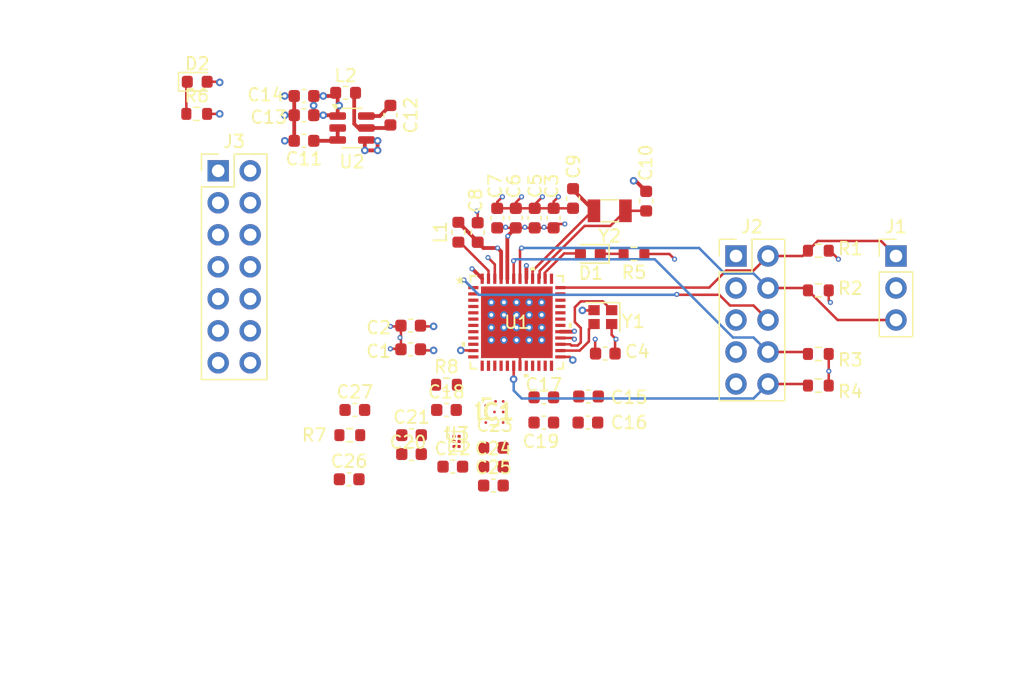
<source format=kicad_pcb>
(kicad_pcb (version 20240108) (generator "pcbnew") (generator_version "8.0")
  (layers (0 "F.Cu" signal) (1 "In1.Cu" signal) (2 "In2.Cu" signal) (31 "B.Cu" signal) (34 "B.Paste" user) (35 "F.Paste" user) (36 "B.SilkS" user "B.Silkscreen") (37 "F.SilkS" user "F.Silkscreen") (38 "B.Mask" user) (39 "F.Mask" user) (44 "Edge.Cuts" user))
  (net 0 "")
  (net 1 "GND")
  (net 2 "VDD")
  (net 3 "VFBSMPS")
  (net 4 "/SWCLK")
  (net 5 "/SWDIO")
  (net 6 "/JTDI")
  (net 7 "/JTDO")
  (net 8 "/NRST")
  (net 10 "Net-(U1-OSC_IN)")
  (net 13 "Net-(U1-OSC_OUT)")
  (net 15 "Net-(U1-VR_PA)")
  (net 17 "Net-(U1-VLXSMPS)")
  (net 18 "Net-(U1-RFO_HP)")
  (net 20 "Net-(U1-PC15-OSC32_OUT)")
  (net 28 "Net-(IC1-RFO_IN)")
  (net 30 "Net-(U3-RF2)")
  (net 36 "/VBAT")
  (net 37 "Net-(U1-PC14-OSC32_IN)")
  (net 40 "Net-(IC1-RFO_OUT)")
  (net 43 "Net-(D1-K)")
  (net 44 "Net-(U2-SW)")
  (net 45 "VIN")
  (net 46 "Net-(U2-BST)")
  (net 47 "Net-(D2-K)")
  (net 48 "Net-(IC1-RFI_IN)")
  (net 49 "Net-(U3-VDD)")
  (net 50 "Net-(U3-RFIN)")
  (net 51 "Net-(C22-Pad1)")
  (net 52 "Net-(J4-Ext)")
  (net 53 "Net-(U3-CTRL)")
  (net 55 "Net-(IC1-RFI_N_OUT)")
  (net 56 "Net-(IC1-RFI_P_OUT)")
  (net 57 "RF-CTRL")
  (footprint "Package_LGA:Infineon_PG-TSNP-6-10_0.7x1.1mm_0.7x1.1mm_P0.4mm" (layer "F.Cu") (at 135.3 96)
    (property "Reference" "U3")
    (property "Value" "BGS12WN6E6327")
  )
  (footprint "Resistor_SMD:R_0603_1608Metric" (layer "F.Cu") (at 164.016 89.056)
    (property "Reference" "R3")
    (property "Value" "100k")
  )
  (footprint "Inductor_SMD:L_0603_1608Metric" (layer "F.Cu") (at 135.442 79.394 90)
    (property "Reference" "L1")
    (property "Value" "15µH")
  )
  (footprint "Resistor_SMD:R_0603_1608Metric" (layer "F.Cu") (at 164.016 91.566)
    (property "Reference" "R4")
    (property "Value" "100k")
  )
  (footprint "Capacitor_SMD:C_0603_1608Metric" (layer "F.Cu") (at 123.19 68.58 180)
    (property "Reference" "C14")
    (property "Value" "22µF")
  )
  (footprint "Package_TO_SOT_SMD:TSOT-23-6" (layer "F.Cu") (at 127 71.12)
    (property "Reference" "U2")
    (property "Value" "AP63203WU")
  )
  (footprint "Capacitor_SMD:C_0603_1608Metric" (layer "F.Cu") (at 144.545 76.715 -90)
    (property "Reference" "C9")
    (property "Value" "18pF")
  )
  (footprint "Capacitor_SMD:C_0603_1608Metric" (layer "F.Cu") (at 131.725 95.5)
    (property "Reference" "C21")
    (property "Value" "100nf")
  )
  (footprint "Capacitor_SMD:C_0603_1608Metric" (layer "F.Cu") (at 147.106 89.026)
    (property "Reference" "C4")
    (property "Value" "4.7µF")
  )
  (footprint "Crystal:Crystal_SMD_3215-2Pin_3.2x1.5mm" (layer "F.Cu") (at 147.454 77.692 180)
    (property "Reference" "Y2")
    (property "Value" "Crystal_32.768kHz")
  )
  (footprint "Capacitor_SMD:C_0603_1608Metric" (layer "F.Cu") (at 138.225 99.5)
    (property "Reference" "C25")
    (property "Value" "~")
  )
  (footprint "Connector_PinHeader_2.54mm:PinHeader_2x07_P2.54mm_Vertical" (layer "F.Cu") (at 116.379 74.5198)
    (property "Reference" "J3")
    (property "Value" "Conn_02x08_Top_Bottom")
  )
  (footprint "Inductor_SMD:L_0603_1608Metric" (layer "F.Cu") (at 126.492 68.326 180)
    (property "Reference" "L2")
    (property "Value" "4.7µH")
  )
  (footprint "Capacitor_SMD:C_0603_1608Metric" (layer "F.Cu") (at 142.225 94.5)
    (property "Reference" "C19")
    (property "Value" "~")
  )
  (footprint "Capacitor_SMD:C_0603_1608Metric" (layer "F.Cu") (at 123.19 72.136 180)
    (property "Reference" "C11")
    (property "Value" "10µF")
  )
  (footprint "Resistor_SMD:R_0603_1608Metric" (layer "F.Cu") (at 149.3838 81.1198)
    (property "Reference" "R5")
    (property "Value" "R")
  )
  (footprint "Capacitor_SMD:C_0603_1608Metric" (layer "F.Cu") (at 130.048 70.104 90)
    (property "Reference" "C12")
    (property "Value" "100nF")
  )
  (footprint "Connector_PinHeader_2.54mm:PinHeader_2x05_P2.54mm_Vertical" (layer "F.Cu") (at 157.48 81.28)
    (property "Reference" "J2")
    (property "Value" "CORTEX_DEBUG")
  )
  (footprint "Capacitor_SMD:C_0603_1608Metric" (layer "F.Cu") (at 136.976 79.413 90)
    (property "Reference" "C8")
    (property "Value" "470nF")
  )
  (footprint "Resistor_SMD:R_0603_1608Metric" (layer "F.Cu") (at 164.016 84.006)
    (property "Reference" "R2")
    (property "Value" "100k")
  )
  (footprint "Project_library:UFQFPN48_7X7_STM" (layer "F.Cu") (at 140.0848 86.5388)
    (property "Reference" "U1")
    (property "Value" "STM32WLE5CBU6")
  )
  (footprint "Capacitor_SMD:C_0603_1608Metric" (layer "F.Cu") (at 131.659 86.809 180)
    (property "Reference" "C2")
    (property "Value" "4.7µF")
  )
  (footprint "Connector_PinHeader_2.54mm:PinHeader_1x03_P2.54mm_Vertical" (layer "F.Cu") (at 170.18 81.28)
    (property "Reference" "J1")
    (property "Value" "SWD")
  )
  (footprint "Capacitor_SMD:C_0603_1608Metric" (layer "F.Cu") (at 123.19 70.104 180)
    (property "Reference" "C13")
    (property "Value" "22µF")
  )
  (footprint "Project_library:BALFLBWL08D3" (layer "F.Cu") (at 138.31 93.66)
    (property "Reference" "IC1")
    (property "Value" "BALFLB-WL-08D3" (hide yes))
  )
  (footprint "Resistor_SMD:R_0603_1608Metric" (layer "F.Cu") (at 114.675 70)
    (property "Reference" "R6")
    (property "Value" "500")
  )
  (footprint "Capacitor_SMD:C_0603_1608Metric" (layer "F.Cu") (at 138.524 78.27 90)
    (property "Reference" "C7")
    (property "Value" "4.7µF")
  )
  (footprint "Capacitor_SMD:C_0603_1608Metric" (layer "F.Cu") (at 134.5 93.5)
    (property "Reference" "C18")
    (property "Value" "68nF")
  )
  (footprint "Crystal:Crystal_SMD_2016-4Pin_2.0x1.6mm" (layer "F.Cu") (at 146.911 86.13 180)
    (property "Reference" "Y1")
    (property "Value" "Crystal_32MHz")
  )
  (footprint "LED_SMD:LED_0603_1608Metric" (layer "F.Cu") (at 114.715 67.45)
    (property "Reference" "D2")
    (property "Value" "power on LED")
  )
  (footprint "Capacitor_SMD:C_0603_1608Metric" (layer "F.Cu") (at 150.349 76.925 90)
    (property "Reference" "C10")
    (property "Value" "18pF")
  )
  (footprint "LED_SMD:LED_0603_1608Metric" (layer "F.Cu") (at 145.9186 81.1098 180)
    (property "Reference" "D1")
    (property "Value" "LED")
  )
  (footprint "Capacitor_SMD:C_0603_1608Metric" (layer "F.Cu") (at 131.659 88.684 180)
    (property "Reference" "C1")
    (property "Value" "100nF")
  )
  (footprint "Capacitor_SMD:C_0603_1608Metric" (layer "F.Cu") (at 127.225 93.5)
    (property "Reference" "C27")
    (property "Value" "1nF")
  )
  (footprint "Resistor_SMD:R_0603_1608Metric" (layer "F.Cu") (at 134.5 91.5)
    (property "Reference" "R8")
    (property "Value" "100R")
  )
  (footprint "Capacitor_SMD:C_0603_1608Metric" (layer "F.Cu") (at 145.775 92.43)
    (property "Reference" "C15")
    (property "Value" "68pF")
  )
  (footprint "Capacitor_SMD:C_0603_1608Metric" (layer "F.Cu") (at 143.0056 78.2682 90)
    (property "Reference" "C3")
    (property "Value" "100nF")
  )
  (footprint "Capacitor_SMD:C_0603_1608Metric" (layer "F.Cu") (at 126.775 99)
    (property "Reference" "C26")
    (property "Value" "100nF")
  )
  (footprint "Capacitor_SMD:C_0603_1608Metric" (layer "F.Cu") (at 140 78.27 90)
    (property "Reference" "C6")
    (property "Value" "1µF")
  )
  (footprint "Capacitor_SMD:C_0603_1608Metric" (layer "F.Cu") (at 141.5 78.27 90)
    (property "Reference" "C5")
    (property "Value" "10nF")
  )
  (footprint "Resistor_SMD:R_0603_1608Metric" (layer "F.Cu") (at 164.016 80.861)
    (property "Reference" "R1")
    (property "Value" "100k")
  )
  (footprint "Capacitor_SMD:C_0603_1608Metric" (layer "F.Cu") (at 135 98)
    (property "Reference" "C22")
    (property "Value" "68pF")
  )
  (footprint "Resistor_SMD:R_0603_1608Metric" (layer "F.Cu") (at 126.825 95.5)
    (property "Reference" "R7")
    (property "Value" "100R")
  )
  (footprint "Capacitor_SMD:C_0603_1608Metric" (layer "F.Cu") (at 142.225 92.5)
    (property "Reference" "C17")
    (property "Value" "100pF")
  )
  (footprint "Capacitor_SMD:C_0603_1608Metric" (layer "F.Cu") (at 138.225 98)
    (property "Reference" "C24")
    (property "Value" "~")
  )
  (footprint "Capacitor_SMD:C_0603_1608Metric" (layer "F.Cu") (at 131.725 97)
    (property "Reference" "C20")
    (property "Value" "1nF")
  )
  (footprint "Capacitor_SMD:C_0603_1608Metric" (layer "F.Cu") (at 145.725 94.5)
    (property "Reference" "C16")
    (property "Value" "47nF")
  )
  (footprint "Capacitor_SMD:C_0603_1608Metric" (layer "F.Cu") (at 138.225 96.5)
    (property "Reference" "C23")
    (property "Value" "~")
  )
  (segment (start 142.334801 83.0844) (end 142.293743 83.043342) (width 0.2) (layer "F.Cu") (net 0))
  (segment (start 142.293743 82.623429) (end 143.840372 81.0768) (width 0.2) (layer "F.Cu") (net 0))
  (segment (start 142.293743 83.043342) (end 142.293743 82.623429) (width 0.2) (layer "F.Cu") (net 0))
  (segment (start 143.840372 81.0768) (end 144.78 81.0768) (width 0.2) (layer "F.Cu") (net 0))
  (segment (start 130.884 87.831) (end 130.81 87.757) (width 0.2) (layer "F.Cu") (net 1))
  (segment (start 164.841 84.006) (end 164.841 84.831) (width 0.2) (layer "F.Cu") (net 1))
  (segment (start 129.032 72.136) (end 129.032 72.644) (width 0.3) (layer "F.Cu") (net 1))
  (segment (start 136.976 78.638) (end 136.976 77.794) (width 0.2) (layer "F.Cu") (net 1))
  (segment (start 128.1375 72.07) (end 128.1375 72.2575) (width 0.2) (layer "F.Cu") (net 1))
  (segment (start 152.189 81.1198) (end 152.6032 81.534) (width 0.2) (layer "F.Cu") (net 1))
  (segment (start 140 77.043) (end 140.462 76.581) (width 0.2) (layer "F.Cu") (net 1))
  (segment (start 130.884 88.684) (end 130.884 87.831) (width 0.2) (layer "F.Cu") (net 1))
  (segment (start 141.5 77.194) (end 142.113 76.581) (width 0.2) (layer "F.Cu") (net 1))
  (segment (start 128.966 72.07) (end 129.032 72.136) (width 0.2) (layer "F.Cu") (net 1))
  (segment (start 137.287 83.0366) (end 137.3348 83.0844) (width 0.2) (layer "F.Cu") (net 1))
  (segment (start 130.048 86.868) (end 130.825 86.868) (width 0.2) (layer "F.Cu") (net 1))
  (segment (start 138.524 76.995) (end 138.938 76.581) (width 0.2) (layer "F.Cu") (net 1))
  (segment (start 140.3348 89.9932) (end 140.3348 86.7888) (width 0.2) (layer "F.Cu") (net 1))
  (segment (start 130.825 86.868) (end 130.884 86.809) (width 0.2) (layer "F.Cu") (net 1))
  (segment (start 138.524 77.495) (end 144.54 77.495) (width 0.2) (layer "F.Cu") (net 1))
  (segment (start 130.846 88.646) (end 130.884 88.684) (width 0.2) (layer "F.Cu") (net 1))
  (segment (start 147.611 86.68) (end 147.611 87.54) (width 0.2) (layer "F.Cu") (net 1))
  (segment (start 121.92 68.58) (end 122.415 68.58) (width 0.3) (layer "F.Cu") (net 1))
  (segment (start 121.92 70.104) (end 122.415 70.104) (width 0.3) (layer "F.Cu") (net 1))
  (segment (start 128.016 72.898) (end 129.032 72.898) (width 0.3) (layer "F.Cu") (net 1))
  (segment (start 122.415 68.58) (end 122.415 72.136) (width 0.3) (layer "F.Cu") (net 1))
  (segment (start 147.881 87.958) (end 147.955 87.884) (width 0.2) (layer "F.Cu") (net 1))
  (segment (start 146.193 85.598) (end 146.211 85.58) (width 0.2) (layer "F.Cu") (net 1))
  (segment (start 144.54 77.495) (end 144.545 77.49) (width 0.2) (layer "F.Cu") (net 1))
  (segment (start 150.2088 81.1198) (end 152.189 81.1198) (width 0.2) (layer "F.Cu") (net 1))
  (segment (start 147.611 87.54) (end 147.955 87.884) (width 0.2) (layer "F.Cu") (net 1))
  (segment (start 128.016 72.1915) (end 128.1375 72.07) (width 0.2) (layer "F.Cu") (net 1))
  (segment (start 147.881 89.026) (end 147.881 87.958) (width 0.2) (layer "F.Cu") (net 1))
  (segment (start 140 77.495) (end 140 77.043) (width 0.2) (layer "F.Cu") (net 1))
  (segment (start 130.884 87.683) (end 130.81 87.757) (width 0.2) (layer "F.Cu") (net 1))
  (segment (start 136.525 82.296) (end 136.5464 82.296) (width 0.3) (layer "F.Cu") (net 1))
  (segment (start 164.841 84.831) (end 164.973 84.963) (width 0.2) (layer "F.Cu") (net 1))
  (segment (start 140.3348 86.7888) (end 140.0848 86.5388) (width 0.2) (layer "F.Cu") (net 1))
  (segment (start 149.51 75.311) (end 150.349 76.15) (width 0.3) (layer "F.Cu") (net 1))
  (segment (start 143.0056 76.9584) (end 143.383 76.581) (width 0.2) (layer "F.Cu") (net 1))
  (segment (start 130.048 88.646) (end 130.846 88.646) (width 0.2) (layer "F.Cu") (net 1))
  (segment (start 128.1375 72.07) (end 128.966 72.07) (width 0.3) (layer "F.Cu") (net 1))
  (segment (start 136.976 77.794) (end 136.906 77.724) (width 0.2) (layer "F.Cu") (net 1))
  (segment (start 141.5 77.495) (end 141.5 77.194) (width 0.2) (layer "F.Cu") (net 1))
  (segment (start 136.5464 82.296) (end 137.3348 83.0844) (width 0.3) (layer "F.Cu") (net 1))
  (segment (start 145.288 85.598) (end 146.193 85.598) (width 0.2) (layer "F.Cu") (net 1))
  (segment (start 121.666 72.136) (end 122.415 72.136) (width 0.3) (layer "F.Cu") (net 1))
  (segment (start 149.352 75.311) (end 149.51 75.311) (width 0.3) (layer "F.Cu") (net 1))
  (segment (start 128.016 72.898) (end 128.016 72.1915) (width 0.3) (layer "F.Cu") (net 1))
  (segment (start 115.5 70) (end 116.5 70) (width 0.2) (layer "F.Cu") (net 1))
  (segment (start 130.884 86.809) (end 130.884 87.683) (width 0.2) (layer "F.Cu") (net 1))
  (segment (start 143.0056 77.4932) (end 143.0056 76.9584) (width 0.2) (layer "F.Cu") (net 1))
  (segment (start 138.524 77.495) (end 138.524 76.995) (width 0.2) (layer "F.Cu") (net 1))
  (via (at 141.06 84.96) (size 0.6) (drill 0.3) (layers "F.Cu" "B.Cu") (net 1))
  (via (at 141.06 85.96) (size 0.6) (drill 0.3) (layers "F.Cu" "B.Cu") (net 1))
  (via (at 121.666 72.136) (size 0.6) (drill 0.3) (layers "F.Cu" "B.Cu") (net 1))
  (via (at 142.06 86.96) (size 0.6) (drill 0.3) (layers "F.Cu" "B.Cu") (net 1))
  (via (at 139.06 87.96) (size 0.6) (drill 0.3) (layers "F.Cu" "B.Cu") (net 1))
  (via (at 138.06 86.96) (size 0.6) (drill 0.3) (layers "F.Cu" "B.Cu") (net 1))
  (via (at 152.6032 81.534) (size 0.4) (drill 0.2) (layers "F.Cu" "B.Cu") (net 1))
  (via (at 138.06 84.96) (size 0.6) (drill 0.3) (layers "F.Cu" "B.Cu") (net 1))
  (via (at 140.06 85.96) (size 0.6) (drill 0.3) (layers "F.Cu" "B.Cu") (net 1))
  (via (at 136.906 77.724) (size 0.4) (drill 0.2) (layers "F.Cu" "B.Cu") (net 1))
  (via (at 142.06 85.96) (size 0.6) (drill 0.3) (layers "F.Cu" "B.Cu") (net 1))
  (via (at 139.06 84.96) (size 0.6) (drill 0.3) (layers "F.Cu" "B.Cu") (net 1))
  (via (at 138.938 76.581) (size 0.4) (drill 0.2) (layers "F.Cu" "B.Cu") (net 1))
  (via (at 147.955 87.884) (size 0.4) (drill 0.2) (layers "F.Cu" "B.Cu") (net 1))
  (via (at 130.81 87.757) (size 0.4) (drill 0.2) (layers "F.Cu" "B.Cu") (net 1))
  (via (at 138.06 87.96) (size 0.6) (drill 0.3) (layers "F.Cu" "B.Cu") (net 1))
  (via (at 164.973 84.963) (size 0.4) (drill 0.2) (layers "F.Cu" "B.Cu") (net 1))
  (via (at 140.06 84.96) (size 0.6) (drill 0.3) (layers "F.Cu" "B.Cu") (net 1))
  (via (at 140.462 76.581) (size 0.4) (drill 0.2) (layers "F.Cu" "B.Cu") (net 1))
  (via (at 138.06 85.96) (size 0.6) (drill 0.3) (layers "F.Cu" "B.Cu") (net 1))
  (via (at 142.06 87.96) (size 0.6) (drill 0.3) (layers "F.Cu" "B.Cu") (net 1))
  (via (at 136.525 82.296) (size 0.4) (drill 0.2) (layers "F.Cu" "B.Cu") (net 1))
  (via (at 142.06 84.96) (size 0.6) (drill 0.3) (layers "F.Cu" "B.Cu") (net 1))
  (via (at 149.352 75.311) (size 0.6) (drill 0.3) (layers "F.Cu" "B.Cu") (net 1))
  (via (at 130.048 86.868) (size 0.4) (drill 0.2) (layers "F.Cu" "B.Cu") (net 1))
  (via (at 140.06 86.96) (size 0.6) (drill 0.3) (layers "F.Cu" "B.Cu") (net 1))
  (via (at 145.288 85.598) (size 0.6) (drill 0.3) (layers "F.Cu" "B.Cu") (net 1))
  (via (at 129.032 72.136) (size 0.6) (drill 0.3) (layers "F.Cu" "B.Cu") (net 1))
  (via (at 139.06 85.96) (size 0.6) (drill 0.3) (layers "F.Cu" "B.Cu") (net 1))
  (via (at 141.06 87.96) (size 0.6) (drill 0.3) (layers "F.Cu" "B.Cu") (net 1))
  (via (at 143.383 76.581) (size 0.4) (drill 0.2) (layers "F.Cu" "B.Cu") (net 1))
  (via (at 141.06 86.96) (size 0.6) (drill 0.3) (layers "F.Cu" "B.Cu") (net 1))
  (via (at 116.5 70) (size 0.6) (drill 0.3) (layers "F.Cu" "B.Cu") (net 1))
  (via (at 129.032 72.898) (size 0.6) (drill 0.3) (layers "F.Cu" "B.Cu") (net 1))
  (via (at 121.666 68.58) (size 0.6) (drill 0.3) (layers "F.Cu" "B.Cu") (net 1))
  (via (at 130.048 88.646) (size 0.4) (drill 0.2) (layers "F.Cu" "B.Cu") (net 1))
  (via (at 140.06 87.96) (size 0.6) (drill 0.3) (layers "F.Cu" "B.Cu") (net 1))
  (via (at 121.666 70.104) (size 0.6) (drill 0.3) (layers "F.Cu" "B.Cu") (net 1))
  (via (at 139.06 86.96) (size 0.6) (drill 0.3) (layers "F.Cu" "B.Cu") (net 1))
  (via (at 128.016 72.898) (size 0.6) (drill 0.3) (layers "F.Cu" "B.Cu") (net 1))
  (via (at 142.113 76.581) (size 0.4) (drill 0.2) (layers "F.Cu" "B.Cu") (net 1))
  (segment (start 125.984 69.342) (end 125.8625 69.2205) (width 0.2) (layer "F.Cu") (net 2))
  (segment (start 146.304 88.999) (end 146.331 89.026) (width 0.2) (layer "F.Cu") (net 2))
  (segment (start 143.891 78.74) (end 143.3088 78.74) (width 0.2) (layer "F.Cu") (net 2))
  (segment (start 138.5258 79.0432) (end 138.524 79.045) (width 0.2) (layer "F.Cu") (net 2))
  (segment (start 139.327 79.718) (end 140 79.045) (width 0.3) (layer "F.Cu") (net 2))
  (segment (start 123.965 70.104) (end 123.965 69.355) (width 0.3) (layer "F.Cu") (net 2))
  (segment (start 164.846 90.424) (end 164.841 90.419) (width 0.2) (layer "F.Cu") (net 2))
  (segment (start 123.952 69.342) (end 123.965 69.329) (width 0.2) (layer "F.Cu") (net 2))
  (segment (start 125.8625 69.4635) (end 125.984 69.342) (width 0.2) (layer "F.Cu") (net 2))
  (segment (start 133.477 88.773) (end 132.523 88.773) (width 0.2) (layer "F.Cu") (net 2))
  (segment (start 123.965 70.104) (end 124.714 70.104) (width 0.3) (layer "F.Cu") (net 2))
  (segment (start 133.477 86.868) (end 132.493 86.868) (width 0.2) (layer "F.Cu") (net 2))
  (segment (start 143.5392 89.2888) (end 144.2798 89.2888) (width 0.2) (layer "F.Cu") (net 2))
  (segment (start 136.614599 88.773) (end 136.6304 88.788801) (width 0.2) (layer "F.Cu") (net 2))
  (segment (start 146.304 87.884) (end 146.304 88.999) (width 0.2) (layer "F.Cu") (net 2))
  (segment (start 164.935 80.861) (end 165.608 81.534) (width 0.2) (layer "F.Cu") (net 2))
  (segment (start 125.4505 68.58) (end 125.7045 68.326) (width 0.2) (layer "F.Cu") (net 2))
  (segment (start 123.965 69.329) (end 123.965 68.58) (width 0.3) (layer "F.Cu") (net 2))
  (segment (start 125.8625 70.17) (end 125.8625 69.4635) (width 0.3) (layer "F.Cu") (net 2))
  (segment (start 115.5025 67.45) (end 116.45 67.45) (width 0.2) (layer "F.Cu") (net 2))
  (segment (start 116.45 67.45) (end 116.5 67.5) (width 0.2) (layer "F.Cu") (net 2))
  (segment (start 125.8625 69.2205) (end 125.8625 68.484) (width 0.3) (layer "F.Cu") (net 2))
  (segment (start 125.8625 68.484) (end 125.7045 68.326) (width 0.2) (layer "F.Cu") (net 2))
  (segment (start 146.076 89.281) (end 146.331 89.026) (width 0.2) (layer "F.Cu") (net 2))
  (segment (start 138.334801 81.946801) (end 138.334801 83.0844) (width 0.2) (layer "F.Cu") (net 2))
  (segment (start 139.327 83.076601) (end 139.327 79.718) (width 0.3) (layer "F.Cu") (net 2))
  (segment (start 164.841 90.419) (end 164.841 89.056) (width 0.2) (layer "F.Cu") (net 2))
  (segment (start 140.843 82.042) (end 140.843 83.076201) (width 0.3) (layer "F.Cu") (net 2))
  (segment (start 124.714 70.104) (end 125.7965 70.104) (width 0.3) (layer "F.Cu") (net 2))
  (segment (start 144.2798 89.2888) (end 144.526 89.535) (width 0.2) (layer "F.Cu") (net 2))
  (segment (start 143.0056 79.0432) (end 138.5258 79.0432) (width 0.2) (layer "F.Cu") (net 2))
  (segment (start 135.636 88.773) (end 136.614599 88.773) (width 0.2) (layer "F.Cu") (net 2))
  (segment (start 123.965 68.58) (end 124.714 68.58) (width 0.3) (layer "F.Cu") (net 2))
  (segment (start 123.965 69.355) (end 123.952 69.342) (width 0.2) (layer "F.Cu") (net 2))
  (segment (start 164.841 80.861) (end 164.935 80.861) (width 0.2) (layer "F.Cu") (net 2))
  (segment (start 124.714 68.58) (end 125.4505 68.58) (width 0.3) (layer "F.Cu") (net 2))
  (segment (start 164.841 91.566) (end 164.841 90.429) (width 0.2) (layer "F.Cu") (net 2))
  (segment (start 132.523 88.773) (end 132.434 88.684) (width 0.2) (layer "F.Cu") (net 2))
  (segment (start 139.334799 83.0844) (end 139.327 83.076601) (width 0.3) (layer "F.Cu") (net 2))
  (segment (start 143.3088 78.74) (end 143.0056 79.0432) (width 0.2) (layer "F.Cu") (net 2))
  (segment (start 137.795 81.407) (end 138.334801 81.946801) (width 0.2) (layer "F.Cu") (net 2))
  (segment (start 125.7965 70.104) (end 125.8625 70.17) (width 0.2) (layer "F.Cu") (net 2))
  (segment (start 140.843 83.076201) (end 140.834801 83.0844) (width 0.2) (layer "F.Cu") (net 2))
  (segment (start 132.493 86.868) (end 132.434 86.809) (width 0.2) (layer "F.Cu") (net 2))
  (segment (start 144.5578 87.7888) (end 144.653 87.884) (width 0.2) (layer "F.Cu") (net 2))
  (segment (start 164.841 90.429) (end 164.846 90.424) (width 0.2) (layer "F.Cu") (net 2))
  (segment (start 143.5392 87.7888) (end 144.5578 87.7888) (width 0.2) (layer "F.Cu") (net 2))
  (via (at 143.891 78.74) (size 0.4) (drill 0.2) (layers "F.Cu" "B.Cu") (net 2))
  (via (at 137.795 81.407) (size 0.4) (drill 0.2) (layers "F.Cu" "B.Cu") (net 2))
  (via (at 139.192 78.994) (size 0.4) (drill 0.2) (layers "F.Cu" "B.Cu") (net 2))
  (via (at 146.304 87.884) (size 0.4) (drill 0.2) (layers "F.Cu" "B.Cu") (net 2))
  (via (at 124.714 68.58) (size 0.6) (drill 0.3) (layers "F.Cu" "B.Cu") (net 2))
  (via (at 123.952 69.342) (size 0.6) (drill 0.3) (layers "F.Cu" "B.Cu") (net 2))
  (via (at 139.3698 79.7052) (size 0.4) (drill 0.2) (layers "F.Cu" "B.Cu") (net 2))
  (via (at 144.526 89.535) (size 0.6) (drill 0.3) (layers "F.Cu" "B.Cu") (net 2))
  (via (at 133.477 86.868) (size 0.6) (drill 0.3) (layers "F.Cu" "B.Cu") (net 2))
  (via (at 140.843 82.042) (size 0.4) (drill 0.2) (layers "F.Cu" "B.Cu") (net 2))
  (via (at 135.636 88.773) (size 0.6) (drill 0.3) (layers "F.Cu" "B.Cu") (net 2))
  (via (at 165.608 81.534) (size 0.4) (drill 0.2) (layers "F.Cu" "B.Cu") (net 2))
  (via (at 142.24 78.994) (size 0.4) (drill 0.2) (layers "F.Cu" "B.Cu") (net 2))
  (via (at 133.477 88.773) (size 0.6) (drill 0.3) (layers "F.Cu" "B.Cu") (net 2))
  (via (at 140.716 78.994) (size 0.4) (drill 0.2) (layers "F.Cu" "B.Cu") (net 2))
  (via (at 116.5 67.5) (size 0.6) (drill 0.3) (layers "F.Cu" "B.Cu") (net 2))
  (via (at 144.653 87.884) (size 0.4) (drill 0.2) (layers "F.Cu" "B.Cu") (net 2))
  (via (at 164.846 90.424) (size 0.4) (drill 0.2) (layers "F.Cu" "B.Cu") (net 2))
  (via (at 124.714 70.104) (size 0.6) (drill 0.3) (layers "F.Cu" "B.Cu") (net 2))
  (via (at 125.984 69.342) (size 0.6) (drill 0.3) (layers "F.Cu" "B.Cu") (net 2))
  (segment (start 136.976 80.1405) (end 135.442 78.6065) (width 0.3) (layer "F.Cu") (net 3))
  (segment (start 136.976 80.188) (end 136.976 80.1405) (width 0.2) (layer "F.Cu") (net 3))
  (segment (start 138.8348 83.0844) (end 138.819 83.0686) (width 0.2) (layer "F.Cu") (net 3))
  (segment (start 143.5392 87.288801) (end 144.613199 87.288801) (width 0.3) (layer "F.Cu") (net 3))
  (segment (start 138.557 80.645) (end 137.433 80.645) (width 0.3) (layer "F.Cu") (net 3))
  (segment (start 138.8348 83.0844) (end 138.8348 80.9228) (width 0.3) (layer "F.Cu") (net 3))
  (segment (start 138.8348 80.9228) (end 138.557 80.645) (width 0.3) (layer "F.Cu") (net 3))
  (segment (start 144.613199 87.288801) (end 144.653 87.249) (width 0.2) (layer "F.Cu") (net 3))
  (segment (start 137.433 80.645) (end 136.976 80.188) (width 0.3) (layer "F.Cu") (net 3))
  (via (at 144.653 87.249) (size 0.4) (drill 0.2) (layers "F.Cu" "B.Cu") (net 3))
  (via (at 138.557 80.645) (size 0.4) (drill 0.2) (layers "F.Cu" "B.Cu") (net 3))
  (segment (start 140.3348 83.0844) (end 140.3348 80.7722) (width 0.2) (layer "F.Cu") (net 4))
  (segment (start 140.3348 80.7722) (end 140.462 80.645) (width 0.2) (layer "F.Cu") (net 4))
  (segment (start 170.18 86.36) (end 165.545 86.36) (width 0.2) (layer "F.Cu") (net 4))
  (segment (start 160.02 83.82) (end 163.005 83.82) (width 0.2) (layer "F.Cu") (net 4))
  (segment (start 163.005 83.82) (end 163.191 84.006) (width 0.2) (layer "F.Cu") (net 4))
  (segment (start 165.545 86.36) (end 163.191 84.006) (width 0.2) (layer "F.Cu") (net 4))
  (via (at 140.462 80.645) (size 0.4) (drill 0.2) (layers "F.Cu" "B.Cu") (net 4))
  (segment (start 158.87 82.67) (end 160.02 83.82) (width 0.2) (layer "B.Cu") (net 4))
  (segment (start 154.545 80.645) (end 156.57 82.67) (width 0.2) (layer "B.Cu") (net 4))
  (segment (start 140.462 80.645) (end 154.545 80.645) (width 0.2) (layer "B.Cu") (net 4))
  (segment (start 156.57 82.67) (end 158.87 82.67) (width 0.2) (layer "B.Cu") (net 4))
  (segment (start 143.5392 83.7888) (end 155.3522 83.7888) (width 0.2) (layer "F.Cu") (net 5))
  (segment (start 158.87 82.43) (end 160.02 81.28) (width 0.2) (layer "F.Cu") (net 5))
  (segment (start 160.02 81.28) (end 162.772 81.28) (width 0.2) (layer "F.Cu") (net 5))
  (segment (start 163.191 80.861) (end 163.966 80.086) (width 0.2) (layer "F.Cu") (net 5))
  (segment (start 168.986 80.086) (end 170.18 81.28) (width 0.2) (layer "F.Cu") (net 5))
  (segment (start 162.772 81.28) (end 163.191 80.861) (width 0.2) (layer "F.Cu") (net 5))
  (segment (start 155.3522 83.7888) (end 156.711 82.43) (width 0.2) (layer "F.Cu") (net 5))
  (segment (start 156.711 82.43) (end 158.87 82.43) (width 0.2) (layer "F.Cu") (net 5))
  (segment (start 163.966 80.086) (end 168.986 80.086) (width 0.2) (layer "F.Cu") (net 5))
  (segment (start 160.02 88.9) (end 163.035 88.9) (width 0.2) (layer "F.Cu") (net 6))
  (segment (start 163.035 88.9) (end 163.191 89.056) (width 0.2) (layer "F.Cu") (net 6))
  (segment (start 139.8348 83.0844) (end 139.8348 81.6688) (width 0.2) (layer "F.Cu") (net 6))
  (segment (start 139.8348 81.6688) (end 139.827 81.661) (width 0.2) (layer "F.Cu") (net 6))
  (via (at 139.827 81.661) (size 0.4) (drill 0.2) (layers "F.Cu" "B.Cu") (net 6))
  (segment (start 151.035654 81.542) (end 157.243654 87.75) (width 0.2) (layer "B.Cu") (net 6))
  (segment (start 139.827 81.661) (end 139.946 81.542) (width 0.2) (layer "B.Cu") (net 6))
  (segment (start 158.87 87.75) (end 160.02 88.9) (width 0.2) (layer "B.Cu") (net 6))
  (segment (start 139.946 81.542) (end 151.035654 81.542) (width 0.2) (layer "B.Cu") (net 6))
  (segment (start 157.243654 87.75) (end 158.87 87.75) (width 0.2) (layer "B.Cu") (net 6))
  (segment (start 136.4938 83.7888) (end 135.89 83.185) (width 0.2) (layer "F.Cu") (net 7))
  (segment (start 157.003654 85.21) (end 158.87 85.21) (width 0.2) (layer "F.Cu") (net 7))
  (segment (start 156.153654 84.36) (end 157.003654 85.21) (width 0.2) (layer "F.Cu") (net 7))
  (segment (start 136.6304 83.7888) (end 136.6208 83.7888) (width 0.2) (layer "F.Cu") (net 7))
  (segment (start 152.813 84.36) (end 152.781 84.328) (width 0.2) (layer "F.Cu") (net 7))
  (segment (start 156.153654 84.36) (end 152.813 84.36) (width 0.2) (layer "F.Cu") (net 7))
  (segment (start 158.87 85.21) (end 160.02 86.36) (width 0.2) (layer "F.Cu") (net 7))
  (via (at 135.89 83.185) (size 0.4) (drill 0.2) (layers "F.Cu" "B.Cu") (net 7))
  (via (at 152.781 84.328) (size 0.4) (drill 0.2) (layers "F.Cu" "B.Cu") (net 7))
  (segment (start 137.065 84.36) (end 152.749 84.36) (width 0.2) (layer "B.Cu") (net 7))
  (segment (start 152.749 84.36) (end 152.781 84.328) (width 0.2) (layer "B.Cu") (net 7))
  (segment (start 135.89 83.185) (end 137.065 84.36) (width 0.2) (layer "B.Cu") (net 7))
  (segment (start 139.8348 89.9932) (end 139.8348 91.0512) (width 0.2) (layer "F.Cu") (net 8))
  (segment (start 139.8348 91.0512) (end 139.827 91.059) (width 0.2) (layer "F.Cu") (net 8))
  (segment (start 160.02 91.44) (end 163.065 91.44) (width 0.2) (layer "F.Cu") (net 8))
  (segment (start 163.065 91.44) (end 163.191 91.566) (width 0.2) (layer "F.Cu") (net 8))
  (via (at 139.827 91.059) (size 0.6) (drill 0.3) (layers "F.Cu" "B.Cu") (net 8))
  (segment (start 158.87 92.59) (end 160.02 91.44) (width 0.2) (layer "B.Cu") (net 8))
  (segment (start 139.827 91.059) (end 139.8348 91.0668) (width 0.2) (layer "B.Cu") (net 8))
  (segment (start 140.469 92.59) (end 158.87 92.59) (width 0.2) (layer "B.Cu") (net 8))
  (segment (start 139.8348 91.9558) (end 140.469 92.59) (width 0.2) (layer "B.Cu") (net 8))
  (segment (start 139.8348 91.0668) (end 139.8348 91.9558) (width 0.2) (layer "B.Cu") (net 8))
  (segment (start 145.804 88.060686) (end 145.804 87.087) (width 0.2) (layer "F.Cu") (net 10))
  (segment (start 143.5392 88.788801) (end 145.075885 88.788801) (width 0.2) (layer "F.Cu") (net 10))
  (segment (start 145.804 87.087) (end 146.211 86.68) (width 0.2) (layer "F.Cu") (net 10))
  (segment (start 145.075885 88.788801) (end 145.804 88.060686) (width 0.2) (layer "F.Cu") (net 10))
  (segment (start 145.161 84.908107) (end 145.189107 84.88) (width 0.2) (layer "F.Cu") (net 13))
  (segment (start 145.189107 84.88) (end 146.911 84.88) (width 0.2) (layer "F.Cu") (net 13))
  (segment (start 144.320308 88.288799) (end 144.415509 88.384) (width 0.2) (layer "F.Cu") (net 13))
  (segment (start 145.161 88.138) (end 145.161 86.995) (width 0.2) (layer "F.Cu") (net 13))
  (segment (start 145.161 86.995) (end 144.688 86.522) (width 0.2) (layer "F.Cu") (net 13))
  (segment (start 144.688 85.349471) (end 145.129364 84.908107) (width 0.2) (layer "F.Cu") (net 13))
  (segment (start 144.688 86.522) (end 144.688 85.349471) (width 0.2) (layer "F.Cu") (net 13))
  (segment (start 143.5392 88.288799) (end 144.320308 88.288799) (width 0.2) (layer "F.Cu") (net 13))
  (segment (start 145.129364 84.908107) (end 145.161 84.908107) (width 0.2) (layer "F.Cu") (net 13))
  (segment (start 146.911 84.88) (end 147.611 85.58) (width 0.2) (layer "F.Cu") (net 13))
  (segment (start 144.415509 88.384) (end 144.915 88.384) (width 0.2) (layer "F.Cu") (net 13))
  (segment (start 144.915 88.384) (end 145.161 88.138) (width 0.2) (layer "F.Cu") (net 13))
  (segment (start 135.5653 80.1815) (end 135.442 80.1815) (width 0.2) (layer "F.Cu") (net 17))
  (segment (start 137.834799 82.450999) (end 135.5653 80.1815) (width 0.2) (layer "F.Cu") (net 17))
  (segment (start 137.834799 83.0844) (end 137.834799 82.450999) (width 0.2) (layer "F.Cu") (net 17))
  (segment (start 146.093799 77.692) (end 146.204 77.692) (width 0.2) (layer "F.Cu") (net 20))
  (segment (start 141.3348 83.0844) (end 141.3348 82.450999) (width 0.2) (layer "F.Cu") (net 20))
  (segment (start 144.545 76.033) (end 146.204 77.692) (width 0.3) (layer "F.Cu") (net 20))
  (segment (start 141.3348 82.450999) (end 146.093799 77.692) (width 0.2) (layer "F.Cu") (net 20))
  (segment (start 144.545 75.94) (end 144.545 76.033) (width 0.3) (layer "F.Cu") (net 20))
  (segment (start 147.504 78.892) (end 148.704 77.692) (width 0.2) (layer "F.Cu") (net 37))
  (segment (start 141.893743 83.025456) (end 141.893743 82.457743) (width 0.2) (layer "F.Cu") (net 37))
  (segment (start 141.834799 83.0844) (end 141.893743 83.025456) (width 0.2) (layer "F.Cu") (net 37))
  (segment (start 150.341 77.692) (end 150.349 77.7) (width 0.2) (layer "F.Cu") (net 37))
  (segment (start 145.459485 78.892) (end 147.504 78.892) (width 0.2) (layer "F.Cu") (net 37))
  (segment (start 141.893743 82.457743) (end 145.459485 78.892) (width 0.2) (layer "F.Cu") (net 37))
  (segment (start 148.704 77.692) (end 150.341 77.692) (width 0.2) (layer "F.Cu") (net 37))
  (segment (start 148.5488 81.1098) (end 148.5588 81.1198) (width 0.2) (layer "F.Cu") (net 43))
  (segment (start 146.7061 81.1098) (end 148.5488 81.1098) (width 0.2) (layer "F.Cu") (net 43))
  (segment (start 127.508 71.12) (end 128.1375 71.12) (width 0.2) (layer "F.Cu") (net 44))
  (segment (start 127.175 68.4305) (end 127.175 70.787) (width 0.3) (layer "F.Cu") (net 44))
  (segment (start 129.807 71.12) (end 130.048 70.879) (width 0.3) (layer "F.Cu") (net 44))
  (segment (start 127.2795 68.326) (end 127.175 68.4305) (width 0.2) (layer "F.Cu") (net 44))
  (segment (start 127.175 70.787) (end 127.508 71.12) (width 0.3) (layer "F.Cu") (net 44))
  (segment (start 128.1375 71.12) (end 129.807 71.12) (width 0.3) (layer "F.Cu") (net 44))
  (segment (start 125.7965 72.136) (end 125.8625 72.07) (width 0.2) (layer "F.Cu") (net 45))
  (segment (start 123.965 72.136) (end 125.7965 72.136) (width 0.3) (layer "F.Cu") (net 45))
  (segment (start 125.8625 71.12) (end 125.8625 72.07) (width 0.3) (layer "F.Cu") (net 45))
  (segment (start 129.207 70.17) (end 130.048 69.329) (width 0.3) (layer "F.Cu") (net 46))
  (segment (start 128.1375 70.17) (end 129.207 70.17) (width 0.3) (layer "F.Cu") (net 46))
  (segment (start 113.85 70) (end 113.85 67.5275) (width 0.2) (layer "F.Cu") (net 47))
  (segment (start 113.85 67.5275) (end 113.9275 67.45) (width 0.2) (layer "F.Cu") (net 47))
)
</source>
